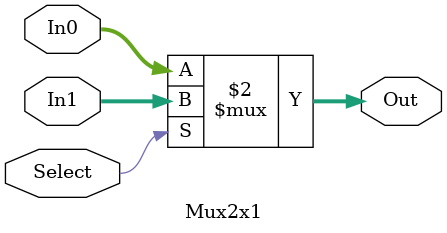
<source format=v>
/*-----------------------------------------------------
--   2 to 1 Multiplexer
--   This modules passes one of the inputs In1 or In0 
--   according to the select signal. Data width is 
--   given as a parameter to this module.
--   Designer: Tuna Biçim
-----------------------------------------------------*/ 
module Mux2x1(In0, In1, Select, Out);
	parameter W = 32;
	output reg[W-1:0] Out;
	input [W-1:0] In0, In1;
	input Select;

	always @(In0 or In1 or Select)
 
		Out = (Select) ? In1 : In0;
		
endmodule
</source>
